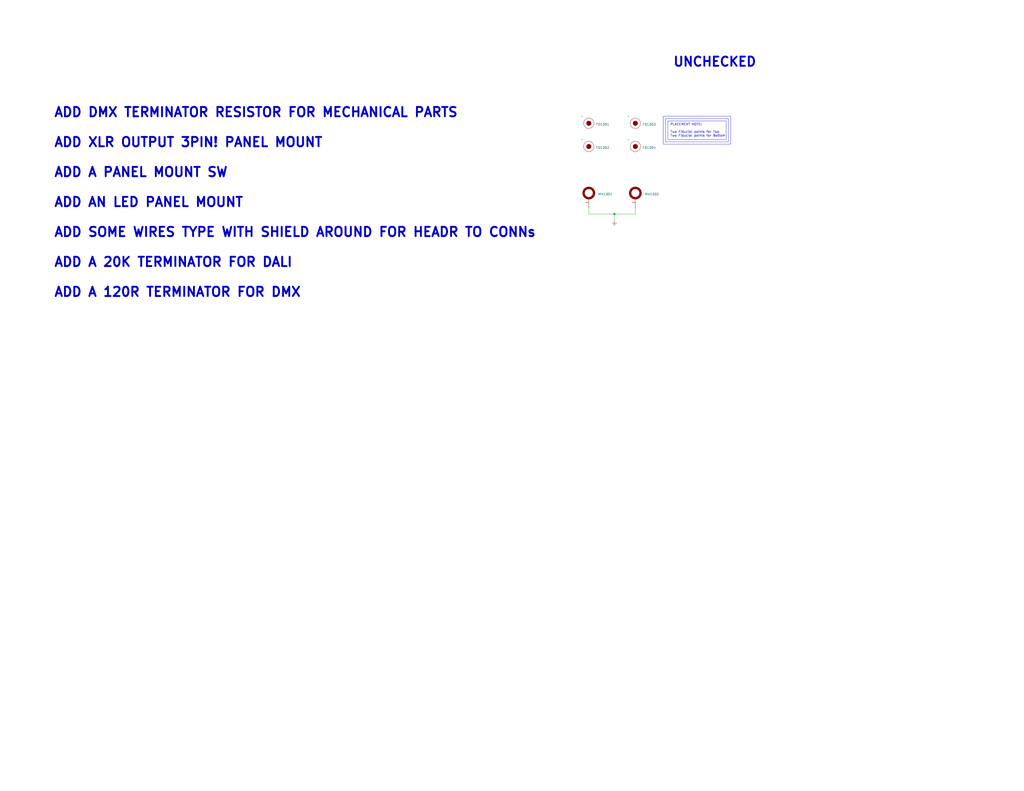
<source format=kicad_sch>
(kicad_sch (version 20230121) (generator eeschema)
  (paper "C")
  (title_block (title "SparkleSplashy") (date "2023-04-25") (rev "01") (company "Siavash Taher Parvar") (comment 1 "Siavash Taher Parvar") (comment 2 "Siavash Taher Parvar") (comment 3 "Siavash Taher Parvar") (comment 4 "_BOM_SpSp_V1.xlsx") (comment 5 "_ASM_SpSp_V1.html") (comment 6 "_GERBER_JLCPCB042023.zip") (comment 8 "No Variant") (comment 9 "N/A"))
  (lib_symbols
    (symbol "_SCHLIB_SparkleSplashy:MECH_FD"
      (property "Reference" "FD" (at 2.54 2.54 0))
      (symbol "MECH_FD_0_1"
        (circle (center 3.81 -3.81) (radius 1.27) (fill (type outline)))
        (circle (center 3.81 -3.81) (radius 2.8398))
      )
    )
    (symbol "_SCHLIB_SparkleSplashy:MECH_MH"
      (property "Reference" "MH" (at 3.81 8.89 0))
      (symbol "MECH_MH_0_1"
        (circle (center 7.62 0) (radius 2.8398) (stroke (width 1.27)))
      )
      (symbol "MECH_MH_1_1"
        (pin input line (at 0 0 0) (length 5.08) (name "") (number "1"))
      )
    )
    (symbol "power:Earth" (power) (pin_names (offset 0))
      (symbol "Earth_0_1"
        (polyline (pts (xy -0.635 -1.905) (xy 0.635 -1.905)))
        (polyline (pts (xy -0.127 -2.54) (xy 0.127 -2.54)))
        (polyline (pts (xy 0 -1.27) (xy 0 0)))
        (polyline (pts (xy 1.27 -1.27) (xy -1.27 -1.27)))
      )
      (symbol "Earth_1_1"
        (pin power_in line (at 0 0 270) (length 0) hide (name "Earth") (number "1"))
      )
    )
  )
  (junction (at 335.28 116.84))
  (wire (pts (xy 335.28 116.84) (xy 321.31 116.84)))
  (wire (pts (xy 346.71 116.84) (xy 335.28 116.84)))
  (wire (pts (xy 321.31 113.03) (xy 321.31 116.84)))
  (wire (pts (xy 346.71 113.03) (xy 346.71 116.84)))
  (wire (pts (xy 335.28 116.84) (xy 335.28 120.65)))
  (rectangle (start 364.49 66.04) (end 396.24 76.2))
  (rectangle (start 363.22 64.77) (end 397.51 77.47))
  (rectangle (start 361.95 63.5) (end 398.78 78.74))
  (text "ADD DMX TERMINATOR RESISTOR FOR MECHANICAL PARTS\n\nADD XLR OUTPUT 3PIN! PANEL MOUNT\n\nADD A PANEL MOUNT SW\n\nADD AN LED PANEL MOUNT\n\nADD SOME WIRES TYPE WITH SHIELD AROUND FOR HEADR TO CONNs\n\nADD A 20K TERMINATOR FOR DALI\n\nADD A 120R TERMINATOR FOR DMX" (at 29.21 162.56 0) (effects (font (size 5.08 5.08) bold) (justify left bottom)))
  (text "PLACEMENT NOTE:\n\nTwo Fiducial points for Top\nTwo Fiducial points for Bottom" (at 365.76 74.93 0) (effects (font (size 1.27 1.27)) (justify left bottom)))
  (text "UNCHECKED" (at 367.03 36.83 0) (effects (font (size 5 5) bold) (justify left bottom)))
  (symbol (lib_id "_SCHLIB_SparkleSplashy:MECH_FD") (at 342.9 76.2 0) (unit 1)
    (property "Reference" "FD1304" (at 350.52 80.645 0) (effects (justify left)))
    (property "Value" "~" (at 342.9 76.2 0))
    (property "Footprint" "Fiducial:Fiducial_0.5mm_Mask1mm" (effects hide))
  )
  (symbol (lib_id "_SCHLIB_SparkleSplashy:MECH_FD") (at 342.9 63.5 0) (unit 1)
    (property "Reference" "FD1303" (at 350.52 67.945 0) (effects (justify left)))
    (property "Value" "~" (at 342.9 63.5 0))
    (property "Footprint" "Fiducial:Fiducial_0.5mm_Mask1mm" (effects hide))
  )
  (symbol (lib_id "power:Earth") (at 335.28 120.65 0) (unit 1)
    (property "Reference" "#PWR01301" (effects hide))
    (property "Value" "Earth" (effects hide))
  )
  (symbol (lib_id "_SCHLIB_SparkleSplashy:MECH_FD") (at 317.5 63.5 0) (unit 1)
    (property "Reference" "FD1301" (at 325.12 67.945 0) (effects (justify left)))
    (property "Value" "~" (at 317.5 63.5 0))
    (property "Footprint" "Fiducial:Fiducial_0.5mm_Mask1mm" (effects hide))
  )
  (symbol (lib_id "_SCHLIB_SparkleSplashy:MECH_FD") (at 317.5 76.2 0) (unit 1)
    (property "Reference" "FD1302" (at 325.12 80.645 0) (effects (justify left)))
    (property "Value" "~" (at 317.5 76.2 0))
    (property "Footprint" "Fiducial:Fiducial_0.5mm_Mask1mm" (effects hide))
  )
  (symbol (lib_id "_SCHLIB_SparkleSplashy:MECH_MH") (at 321.31 113.03 90) (unit 1)
    (property "Reference" "MH1301" (at 326.39 106.045 90) (effects (justify right)))
    (property "Value" "~" (at 321.31 113.03 0))
    (property "Footprint" "MountingHole:MountingHole_2.2mm_M2_DIN965_Pad_TopBottom" (effects hide))
  )
  (symbol (lib_id "_SCHLIB_SparkleSplashy:MECH_MH") (at 346.71 113.03 90) (unit 1)
    (property "Reference" "MH1302" (at 351.79 106.045 90) (effects (justify right)))
    (property "Value" "~" (at 346.71 113.03 0))
    (property "Footprint" "MountingHole:MountingHole_2.2mm_M2_DIN965_Pad_TopBottom" (effects hide))
  )
)
</source>
